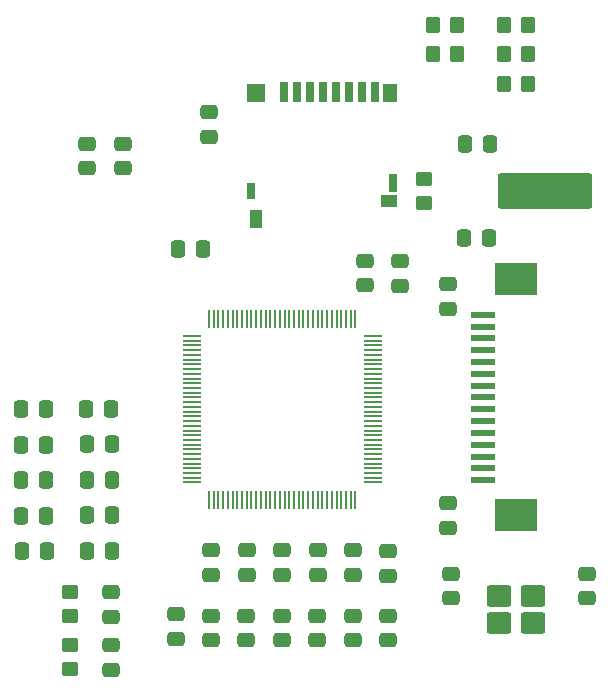
<source format=gbr>
%TF.GenerationSoftware,KiCad,Pcbnew,9.0.4*%
%TF.CreationDate,2025-10-12T20:17:52-04:00*%
%TF.ProjectId,Camera_PCB,43616d65-7261-45f5-9043-422e6b696361,rev?*%
%TF.SameCoordinates,Original*%
%TF.FileFunction,Paste,Top*%
%TF.FilePolarity,Positive*%
%FSLAX46Y46*%
G04 Gerber Fmt 4.6, Leading zero omitted, Abs format (unit mm)*
G04 Created by KiCad (PCBNEW 9.0.4) date 2025-10-12 20:17:52*
%MOMM*%
%LPD*%
G01*
G04 APERTURE LIST*
G04 Aperture macros list*
%AMRoundRect*
0 Rectangle with rounded corners*
0 $1 Rounding radius*
0 $2 $3 $4 $5 $6 $7 $8 $9 X,Y pos of 4 corners*
0 Add a 4 corners polygon primitive as box body*
4,1,4,$2,$3,$4,$5,$6,$7,$8,$9,$2,$3,0*
0 Add four circle primitives for the rounded corners*
1,1,$1+$1,$2,$3*
1,1,$1+$1,$4,$5*
1,1,$1+$1,$6,$7*
1,1,$1+$1,$8,$9*
0 Add four rect primitives between the rounded corners*
20,1,$1+$1,$2,$3,$4,$5,0*
20,1,$1+$1,$4,$5,$6,$7,0*
20,1,$1+$1,$6,$7,$8,$9,0*
20,1,$1+$1,$8,$9,$2,$3,0*%
G04 Aperture macros list end*
%ADD10RoundRect,0.250000X0.475000X-0.337500X0.475000X0.337500X-0.475000X0.337500X-0.475000X-0.337500X0*%
%ADD11RoundRect,0.250000X-0.475000X0.337500X-0.475000X-0.337500X0.475000X-0.337500X0.475000X0.337500X0*%
%ADD12RoundRect,0.250000X-0.337500X-0.475000X0.337500X-0.475000X0.337500X0.475000X-0.337500X0.475000X0*%
%ADD13RoundRect,0.250000X-0.450000X0.350000X-0.450000X-0.350000X0.450000X-0.350000X0.450000X0.350000X0*%
%ADD14RoundRect,0.250000X0.350000X0.450000X-0.350000X0.450000X-0.350000X-0.450000X0.350000X-0.450000X0*%
%ADD15RoundRect,0.062500X-0.675000X-0.062500X0.675000X-0.062500X0.675000X0.062500X-0.675000X0.062500X0*%
%ADD16RoundRect,0.062500X-0.062500X-0.675000X0.062500X-0.675000X0.062500X0.675000X-0.062500X0.675000X0*%
%ADD17RoundRect,0.250000X0.450000X-0.350000X0.450000X0.350000X-0.450000X0.350000X-0.450000X-0.350000X0*%
%ADD18R,2.000000X0.610000*%
%ADD19R,3.600000X2.680000*%
%ADD20RoundRect,0.250000X0.800000X0.650000X-0.800000X0.650000X-0.800000X-0.650000X0.800000X-0.650000X0*%
%ADD21RoundRect,0.249999X3.750001X-1.250001X3.750001X1.250001X-3.750001X1.250001X-3.750001X-1.250001X0*%
%ADD22R,0.700000X1.750000*%
%ADD23R,1.450000X1.000000*%
%ADD24R,1.000000X1.550000*%
%ADD25R,0.800000X1.500000*%
%ADD26R,1.300000X1.500000*%
%ADD27R,1.500000X1.500000*%
%ADD28R,0.800000X1.400000*%
G04 APERTURE END LIST*
D10*
%TO.C,C24*%
X156710000Y-126645000D03*
X156710000Y-124570000D03*
%TD*%
D11*
%TO.C,C34*%
X141500000Y-81925000D03*
X141500000Y-84000000D03*
%TD*%
D12*
%TO.C,C14*%
X138925000Y-93500000D03*
X141000000Y-93500000D03*
%TD*%
D13*
%TO.C,R9*%
X129710000Y-122570000D03*
X129710000Y-124570000D03*
%TD*%
D10*
%TO.C,C21*%
X147680000Y-126645000D03*
X147680000Y-124570000D03*
%TD*%
%TO.C,C7*%
X141710000Y-121070000D03*
X141710000Y-118995000D03*
%TD*%
%TO.C,C15*%
X161710000Y-117107500D03*
X161710000Y-115032500D03*
%TD*%
D12*
%TO.C,C28*%
X131210000Y-119070000D03*
X133285000Y-119070000D03*
%TD*%
D10*
%TO.C,C12*%
X133210000Y-124645000D03*
X133210000Y-122570000D03*
%TD*%
%TO.C,C10*%
X150710000Y-121070000D03*
X150710000Y-118995000D03*
%TD*%
%TO.C,C22*%
X150690000Y-126645000D03*
X150690000Y-124570000D03*
%TD*%
D11*
%TO.C,C40*%
X173500000Y-121000000D03*
X173500000Y-123075000D03*
%TD*%
D10*
%TO.C,C19*%
X141660000Y-126645000D03*
X141660000Y-124570000D03*
%TD*%
D12*
%TO.C,C33*%
X125635000Y-116070000D03*
X127710000Y-116070000D03*
%TD*%
%TO.C,C35*%
X125710000Y-119070000D03*
X127785000Y-119070000D03*
%TD*%
D10*
%TO.C,C43*%
X161710000Y-98575000D03*
X161710000Y-96500000D03*
%TD*%
D11*
%TO.C,C37*%
X154710000Y-94495000D03*
X154710000Y-96570000D03*
%TD*%
D14*
%TO.C,R4*%
X168500000Y-77000000D03*
X166500000Y-77000000D03*
%TD*%
D12*
%TO.C,C38*%
X163135000Y-92570000D03*
X165210000Y-92570000D03*
%TD*%
%TO.C,C18*%
X131135000Y-107070000D03*
X133210000Y-107070000D03*
%TD*%
%TO.C,C39*%
X163210000Y-84570000D03*
X165285000Y-84570000D03*
%TD*%
D10*
%TO.C,C11*%
X153710000Y-121070000D03*
X153710000Y-118995000D03*
%TD*%
D12*
%TO.C,C27*%
X131210000Y-116060000D03*
X133285000Y-116060000D03*
%TD*%
%TO.C,C32*%
X125635000Y-113070000D03*
X127710000Y-113070000D03*
%TD*%
D15*
%TO.C,U1*%
X140047500Y-100870000D03*
X140047500Y-101270000D03*
X140047500Y-101670000D03*
X140047500Y-102070000D03*
X140047500Y-102470000D03*
X140047500Y-102870000D03*
X140047500Y-103270000D03*
X140047500Y-103670000D03*
X140047500Y-104070000D03*
X140047500Y-104470000D03*
X140047500Y-104870000D03*
X140047500Y-105270000D03*
X140047500Y-105670000D03*
X140047500Y-106070000D03*
X140047500Y-106470000D03*
X140047500Y-106870000D03*
X140047500Y-107270000D03*
X140047500Y-107670000D03*
X140047500Y-108070000D03*
X140047500Y-108470000D03*
X140047500Y-108870000D03*
X140047500Y-109270000D03*
X140047500Y-109670000D03*
X140047500Y-110070000D03*
X140047500Y-110470000D03*
X140047500Y-110870000D03*
X140047500Y-111270000D03*
X140047500Y-111670000D03*
X140047500Y-112070000D03*
X140047500Y-112470000D03*
X140047500Y-112870000D03*
X140047500Y-113270000D03*
D16*
X141510000Y-114732500D03*
X141910000Y-114732500D03*
X142310000Y-114732500D03*
X142710000Y-114732500D03*
X143110000Y-114732500D03*
X143510000Y-114732500D03*
X143910000Y-114732500D03*
X144310000Y-114732500D03*
X144710000Y-114732500D03*
X145110000Y-114732500D03*
X145510000Y-114732500D03*
X145910000Y-114732500D03*
X146310000Y-114732500D03*
X146710000Y-114732500D03*
X147110000Y-114732500D03*
X147510000Y-114732500D03*
X147910000Y-114732500D03*
X148310000Y-114732500D03*
X148710000Y-114732500D03*
X149110000Y-114732500D03*
X149510000Y-114732500D03*
X149910000Y-114732500D03*
X150310000Y-114732500D03*
X150710000Y-114732500D03*
X151110000Y-114732500D03*
X151510000Y-114732500D03*
X151910000Y-114732500D03*
X152310000Y-114732500D03*
X152710000Y-114732500D03*
X153110000Y-114732500D03*
X153510000Y-114732500D03*
X153910000Y-114732500D03*
D15*
X155372500Y-113270000D03*
X155372500Y-112870000D03*
X155372500Y-112470000D03*
X155372500Y-112070000D03*
X155372500Y-111670000D03*
X155372500Y-111270000D03*
X155372500Y-110870000D03*
X155372500Y-110470000D03*
X155372500Y-110070000D03*
X155372500Y-109670000D03*
X155372500Y-109270000D03*
X155372500Y-108870000D03*
X155372500Y-108470000D03*
X155372500Y-108070000D03*
X155372500Y-107670000D03*
X155372500Y-107270000D03*
X155372500Y-106870000D03*
X155372500Y-106470000D03*
X155372500Y-106070000D03*
X155372500Y-105670000D03*
X155372500Y-105270000D03*
X155372500Y-104870000D03*
X155372500Y-104470000D03*
X155372500Y-104070000D03*
X155372500Y-103670000D03*
X155372500Y-103270000D03*
X155372500Y-102870000D03*
X155372500Y-102470000D03*
X155372500Y-102070000D03*
X155372500Y-101670000D03*
X155372500Y-101270000D03*
X155372500Y-100870000D03*
D16*
X153910000Y-99407500D03*
X153510000Y-99407500D03*
X153110000Y-99407500D03*
X152710000Y-99407500D03*
X152310000Y-99407500D03*
X151910000Y-99407500D03*
X151510000Y-99407500D03*
X151110000Y-99407500D03*
X150710000Y-99407500D03*
X150310000Y-99407500D03*
X149910000Y-99407500D03*
X149510000Y-99407500D03*
X149110000Y-99407500D03*
X148710000Y-99407500D03*
X148310000Y-99407500D03*
X147910000Y-99407500D03*
X147510000Y-99407500D03*
X147110000Y-99407500D03*
X146710000Y-99407500D03*
X146310000Y-99407500D03*
X145910000Y-99407500D03*
X145510000Y-99407500D03*
X145110000Y-99407500D03*
X144710000Y-99407500D03*
X144310000Y-99407500D03*
X143910000Y-99407500D03*
X143510000Y-99407500D03*
X143110000Y-99407500D03*
X142710000Y-99407500D03*
X142310000Y-99407500D03*
X141910000Y-99407500D03*
X141510000Y-99407500D03*
%TD*%
D17*
%TO.C,R1*%
X159710000Y-89570000D03*
X159710000Y-87570000D03*
%TD*%
D18*
%TO.C,IMX1*%
X164710000Y-113070000D03*
X164710000Y-112070000D03*
X164710000Y-111070000D03*
X164710000Y-110070000D03*
X164710000Y-109070000D03*
X164710000Y-108070000D03*
X164710000Y-107070000D03*
X164710000Y-106070000D03*
X164710000Y-105070000D03*
X164710000Y-104070000D03*
X164710000Y-103070000D03*
X164710000Y-102070000D03*
X164710000Y-101070000D03*
X164710000Y-100070000D03*
X164710000Y-99070000D03*
D19*
X167510000Y-116060000D03*
X167510000Y-96080000D03*
%TD*%
D10*
%TO.C,C13*%
X133210000Y-129107500D03*
X133210000Y-127032500D03*
%TD*%
%TO.C,C17*%
X156710000Y-121145000D03*
X156710000Y-119070000D03*
%TD*%
%TO.C,C23*%
X153700000Y-126645000D03*
X153700000Y-124570000D03*
%TD*%
D20*
%TO.C,Y4*%
X168950000Y-122850000D03*
X166050000Y-122850000D03*
X166050000Y-125150000D03*
X168950000Y-125150000D03*
%TD*%
D12*
%TO.C,C31*%
X125635000Y-110060000D03*
X127710000Y-110060000D03*
%TD*%
D14*
%TO.C,R5*%
X168500000Y-74500000D03*
X166500000Y-74500000D03*
%TD*%
D12*
%TO.C,C26*%
X131210000Y-113050000D03*
X133285000Y-113050000D03*
%TD*%
D14*
%TO.C,R2*%
X162500000Y-74500000D03*
X160500000Y-74500000D03*
%TD*%
D11*
%TO.C,C16*%
X157710000Y-94532500D03*
X157710000Y-96607500D03*
%TD*%
D21*
%TO.C,Y2*%
X169960000Y-88570000D03*
%TD*%
D11*
%TO.C,C47*%
X131210000Y-84570000D03*
X131210000Y-86645000D03*
%TD*%
D14*
%TO.C,R3*%
X162500000Y-77000000D03*
X160500000Y-77000000D03*
%TD*%
D10*
%TO.C,C9*%
X147710000Y-121070000D03*
X147710000Y-118995000D03*
%TD*%
%TO.C,C29*%
X138710000Y-126500000D03*
X138710000Y-124425000D03*
%TD*%
D22*
%TO.C,TF_Card1*%
X147900000Y-80200000D03*
X149000000Y-80200000D03*
X150100000Y-80200000D03*
X151200000Y-80200000D03*
X152300000Y-80200000D03*
X153400000Y-80200000D03*
X154500000Y-80200000D03*
X155600000Y-80200000D03*
D23*
X156725000Y-89425000D03*
D24*
X145500000Y-91000000D03*
D25*
X157050000Y-87925000D03*
D26*
X156800000Y-80325000D03*
D27*
X145450000Y-80325000D03*
D28*
X145100000Y-88575000D03*
%TD*%
D13*
%TO.C,R10*%
X129710000Y-127070000D03*
X129710000Y-129070000D03*
%TD*%
D12*
%TO.C,C30*%
X125635000Y-107050000D03*
X127710000Y-107050000D03*
%TD*%
%TO.C,C25*%
X131210000Y-110040000D03*
X133285000Y-110040000D03*
%TD*%
D11*
%TO.C,C41*%
X162000000Y-121000000D03*
X162000000Y-123075000D03*
%TD*%
%TO.C,C46*%
X134220000Y-84570000D03*
X134220000Y-86645000D03*
%TD*%
D10*
%TO.C,C20*%
X144670000Y-126645000D03*
X144670000Y-124570000D03*
%TD*%
%TO.C,C8*%
X144710000Y-121070000D03*
X144710000Y-118995000D03*
%TD*%
D14*
%TO.C,R6*%
X168500000Y-79500000D03*
X166500000Y-79500000D03*
%TD*%
M02*

</source>
